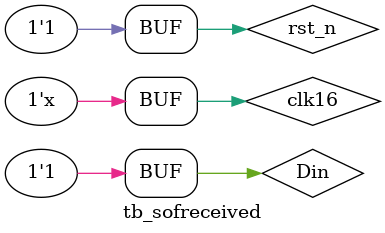
<source format=v>
module tb_sofreceived ();

reg Din, clk16, rst_n;
wire sof_rcv_out;

initial begin
    clk16 = 1'b0;
    rst_n = 1'b1;
    Din = 1'b1;
    #20 rst_n = 1'b0;
    #20 rst_n = 1'b1;
    #20 
    Din = 1'b0;
    #10
    Din = 1'b1;
    #40
    Din = 1'b0;
    #10
    Din = 1'b1;
end
    

always #5 clk16 = ~clk16;

sof_received DUT (.Din(Din), .clk16(clk16), .rst_n(rst_n), .sof_rcv_out(sof_rcv_out));

endmodule
</source>
